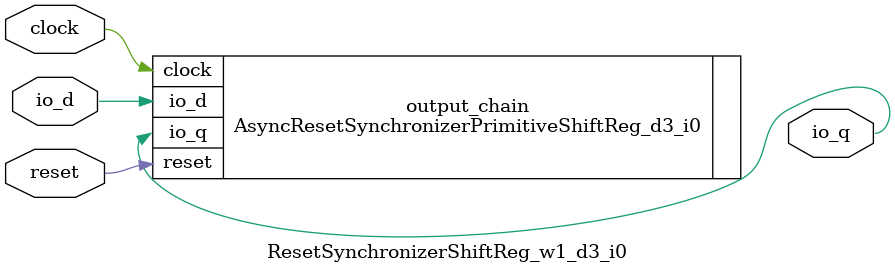
<source format=sv>
`ifndef RANDOMIZE
  `ifdef RANDOMIZE_REG_INIT
    `define RANDOMIZE
  `endif // RANDOMIZE_REG_INIT
`endif // not def RANDOMIZE
`ifndef RANDOMIZE
  `ifdef RANDOMIZE_MEM_INIT
    `define RANDOMIZE
  `endif // RANDOMIZE_MEM_INIT
`endif // not def RANDOMIZE

`ifndef RANDOM
  `define RANDOM $random
`endif // not def RANDOM

// Users can define 'PRINTF_COND' to add an extra gate to prints.
`ifndef PRINTF_COND_
  `ifdef PRINTF_COND
    `define PRINTF_COND_ (`PRINTF_COND)
  `else  // PRINTF_COND
    `define PRINTF_COND_ 1
  `endif // PRINTF_COND
`endif // not def PRINTF_COND_

// Users can define 'ASSERT_VERBOSE_COND' to add an extra gate to assert error printing.
`ifndef ASSERT_VERBOSE_COND_
  `ifdef ASSERT_VERBOSE_COND
    `define ASSERT_VERBOSE_COND_ (`ASSERT_VERBOSE_COND)
  `else  // ASSERT_VERBOSE_COND
    `define ASSERT_VERBOSE_COND_ 1
  `endif // ASSERT_VERBOSE_COND
`endif // not def ASSERT_VERBOSE_COND_

// Users can define 'STOP_COND' to add an extra gate to stop conditions.
`ifndef STOP_COND_
  `ifdef STOP_COND
    `define STOP_COND_ (`STOP_COND)
  `else  // STOP_COND
    `define STOP_COND_ 1
  `endif // STOP_COND
`endif // not def STOP_COND_

// Users can define INIT_RANDOM as general code that gets injected into the
// initializer block for modules with registers.
`ifndef INIT_RANDOM
  `define INIT_RANDOM
`endif // not def INIT_RANDOM

// If using random initialization, you can also define RANDOMIZE_DELAY to
// customize the delay used, otherwise 0.002 is used.
`ifndef RANDOMIZE_DELAY
  `define RANDOMIZE_DELAY 0.002
`endif // not def RANDOMIZE_DELAY

// Define INIT_RANDOM_PROLOG_ for use in our modules below.
`ifndef INIT_RANDOM_PROLOG_
  `ifdef RANDOMIZE
    `ifdef VERILATOR
      `define INIT_RANDOM_PROLOG_ `INIT_RANDOM
    `else  // VERILATOR
      `define INIT_RANDOM_PROLOG_ `INIT_RANDOM #`RANDOMIZE_DELAY begin end
    `endif // VERILATOR
  `else  // RANDOMIZE
    `define INIT_RANDOM_PROLOG_
  `endif // RANDOMIZE
`endif // not def INIT_RANDOM_PROLOG_

module ResetSynchronizerShiftReg_w1_d3_i0(
  input  clock,
         reset,
         io_d,
  output io_q
);

  AsyncResetSynchronizerPrimitiveShiftReg_d3_i0 output_chain (	// @[ShiftReg.scala:45:23]
    .clock (clock),
    .reset (reset),
    .io_d  (io_d),
    .io_q  (io_q)
  );
endmodule


</source>
